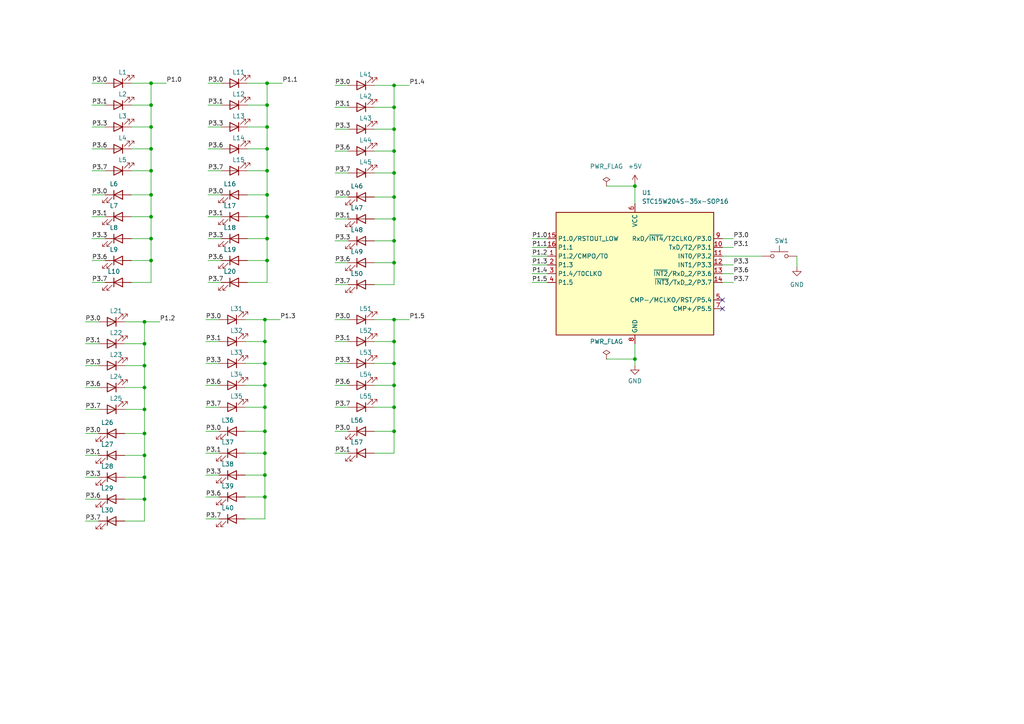
<source format=kicad_sch>
(kicad_sch (version 20211123) (generator eeschema)
  (paper "A4")
  (lib_symbols
    (symbol "Device:LED" (pin_numbers hide) (pin_names (offset 1.016) hide)
      (property "Reference" "D" (at 0 2.54 0))
      (property "Value" "LED" (at 0 -2.54 0))
      (symbol "LED_0_1"
        (polyline (pts (xy -1.27 -1.27) (xy -1.27 1.27)) (stroke (width 0.254)))
        (polyline (pts (xy -1.27 0) (xy 1.27 0)))
        (polyline (pts (xy 1.27 -1.27) (xy 1.27 1.27) (xy -1.27 0) (xy 1.27 -1.27)) (stroke (width 0.254)))
        (polyline (pts (xy -3.048 -0.762) (xy -4.572 -2.286) (xy -3.81 -2.286) (xy -4.572 -2.286) (xy -4.572 -1.524)))
        (polyline (pts (xy -1.778 -0.762) (xy -3.302 -2.286) (xy -2.54 -2.286) (xy -3.302 -2.286) (xy -3.302 -1.524)))
      )
      (symbol "LED_1_1"
        (pin passive line (at -3.81 0 0) (length 2.54) (name "K") (number "1"))
        (pin passive line (at 3.81 0 180) (length 2.54) (name "A") (number "2"))
      )
    )
    (symbol "MCU_STC:STC15W204S-35x-SOP16"
      (property "Reference" "U" (at -22.86 19.05 0))
      (property "Value" "STC15W204S-35x-SOP16" (at 1.27 19.05 0))
      (symbol "STC15W204S-35x-SOP16_0_1"
        (rectangle (start -22.86 17.78) (end 22.86 -17.78) (stroke (width 0.254)) (fill (type background)))
      )
      (symbol "STC15W204S-35x-SOP16_1_1"
        (pin bidirectional line (at -25.4 5.08 0) (length 2.54) (name "P1.2/CMPO/T0") (number "1"))
        (pin bidirectional line (at 25.4 7.62 180) (length 2.54) (name "TxD/T2/P3.1") (number "10"))
        (pin bidirectional line (at 25.4 5.08 180) (length 2.54) (name "INT0/P3.2") (number "11"))
        (pin bidirectional line (at 25.4 2.54 180) (length 2.54) (name "INT1/P3.3") (number "12"))
        (pin bidirectional line (at 25.4 0 180) (length 2.54) (name "~{INT2}/RxD_2/P3.6") (number "13"))
        (pin bidirectional line (at 25.4 -2.54 180) (length 2.54) (name "~{INT3}/TxD_2/P3.7") (number "14"))
        (pin bidirectional line (at -25.4 10.16 0) (length 2.54) (name "P1.0/RSTOUT_LOW") (number "15"))
        (pin bidirectional line (at -25.4 7.62 0) (length 2.54) (name "P1.1") (number "16"))
        (pin bidirectional line (at -25.4 2.54 0) (length 2.54) (name "P1.3") (number "2"))
        (pin bidirectional line (at -25.4 0 0) (length 2.54) (name "P1.4/T0CLKO") (number "3"))
        (pin bidirectional line (at -25.4 -2.54 0) (length 2.54) (name "P1.5") (number "4"))
        (pin bidirectional line (at 25.4 -7.62 180) (length 2.54) (name "CMP-/MCLKO/RST/P5.4") (number "5"))
        (pin power_in line (at 0 20.32 270) (length 2.54) (name "VCC") (number "6"))
        (pin bidirectional line (at 25.4 -10.16 180) (length 2.54) (name "CMP+/P5.5") (number "7"))
        (pin power_in line (at 0 -20.32 90) (length 2.54) (name "GND") (number "8"))
        (pin bidirectional line (at 25.4 10.16 180) (length 2.54) (name "RxD/~{INT4}/T2CLKO/P3.0") (number "9"))
      )
    )
    (symbol "Switch:SW_Push" (pin_numbers hide) (pin_names (offset 1.016) hide)
      (property "Reference" "SW" (at 1.27 2.54 0))
      (property "Value" "SW_Push" (at 0 -1.524 0))
      (symbol "SW_Push_0_1"
        (circle (center -2.032 0) (radius 0.508))
        (polyline (pts (xy 0 1.27) (xy 0 3.048)))
        (polyline (pts (xy 2.54 1.27) (xy -2.54 1.27)))
        (circle (center 2.032 0) (radius 0.508))
        (pin passive line (at -5.08 0 0) (length 2.54) (name "1") (number "1"))
        (pin passive line (at 5.08 0 180) (length 2.54) (name "2") (number "2"))
      )
    )
    (symbol "power:+5V" (power) (pin_names (offset 0))
      (property "Value" "+5V" (at 0 3.556 0))
      (symbol "+5V_0_1"
        (polyline (pts (xy -0.762 1.27) (xy 0 2.54)))
        (polyline (pts (xy 0 0) (xy 0 2.54)))
        (polyline (pts (xy 0 2.54) (xy 0.762 1.27)))
      )
      (symbol "+5V_1_1"
        (pin power_in line (at 0 0 90) (length 0) hide (name "+5V") (number "1"))
      )
    )
    (symbol "power:GND" (power) (pin_names (offset 0))
      (property "Value" "GND" (at 0 -3.81 0))
      (symbol "GND_0_1"
        (polyline (pts (xy 0 0) (xy 0 -1.27) (xy 1.27 -1.27) (xy 0 -2.54) (xy -1.27 -1.27) (xy 0 -1.27)))
      )
      (symbol "GND_1_1"
        (pin power_in line (at 0 0 270) (length 0) hide (name "GND") (number "1"))
      )
    )
    (symbol "power:PWR_FLAG" (power) (pin_numbers hide) (pin_names (offset 0) hide)
      (property "Value" "PWR_FLAG" (at 0 3.81 0))
      (symbol "PWR_FLAG_0_0"
        (pin power_out line (at 0 0 90) (length 0) (name "pwr") (number "1"))
      )
      (symbol "PWR_FLAG_0_1"
        (polyline (pts (xy 0 0) (xy 0 1.27) (xy -1.016 1.905) (xy 0 2.54) (xy 1.016 1.905) (xy 0 1.27)))
      )
    )
  )
  (junction (at 76.835 111.76))
  (junction (at 41.91 138.43))
  (junction (at 41.91 93.345))
  (junction (at 77.47 56.515))
  (junction (at 41.91 106.045))
  (junction (at 43.815 24.13))
  (junction (at 77.47 62.865))
  (junction (at 114.3 92.71))
  (junction (at 41.91 99.695))
  (junction (at 77.47 69.215))
  (junction (at 76.835 137.795))
  (junction (at 114.3 50.165))
  (junction (at 41.91 125.73))
  (junction (at 43.815 30.48))
  (junction (at 41.91 132.08))
  (junction (at 114.3 125.095))
  (junction (at 41.91 144.78))
  (junction (at 77.47 49.53))
  (junction (at 114.3 63.5))
  (junction (at 41.91 118.745))
  (junction (at 77.47 43.18))
  (junction (at 76.835 99.06))
  (junction (at 114.3 57.15))
  (junction (at 114.3 118.11))
  (junction (at 41.91 112.395))
  (junction (at 114.3 37.465))
  (junction (at 114.3 105.41))
  (junction (at 76.835 131.445))
  (junction (at 114.3 76.2))
  (junction (at 77.47 24.13))
  (junction (at 43.815 62.865))
  (junction (at 43.815 56.515))
  (junction (at 43.815 75.565))
  (junction (at 114.3 31.115))
  (junction (at 184.15 104.14))
  (junction (at 114.3 24.765))
  (junction (at 43.815 36.83))
  (junction (at 76.835 105.41))
  (junction (at 76.835 92.71))
  (junction (at 43.815 43.18))
  (junction (at 114.3 69.85))
  (junction (at 77.47 36.83))
  (junction (at 77.47 30.48))
  (junction (at 76.835 144.145))
  (junction (at 114.3 99.06))
  (junction (at 114.3 43.815))
  (junction (at 76.835 118.11))
  (junction (at 114.3 111.76))
  (junction (at 76.835 125.095))
  (junction (at 43.815 49.53))
  (junction (at 184.15 53.975))
  (junction (at 77.47 75.565))
  (junction (at 43.815 69.215))
  (no_connect (at 209.55 89.535))
  (no_connect (at 209.55 86.995))
  (wire (pts (xy 97.155 118.11) (xy 100.965 118.11)))
  (wire (pts (xy 108.585 125.095) (xy 114.3 125.095)))
  (wire (pts (xy 114.3 92.71) (xy 114.3 99.06)))
  (wire (pts (xy 77.47 49.53) (xy 77.47 56.515)))
  (wire (pts (xy 108.585 76.2) (xy 114.3 76.2)))
  (wire (pts (xy 59.69 131.445) (xy 63.5 131.445)))
  (wire (pts (xy 108.585 37.465) (xy 114.3 37.465)))
  (wire (pts (xy 24.765 144.78) (xy 28.575 144.78)))
  (wire (pts (xy 114.3 24.765) (xy 118.745 24.765)))
  (wire (pts (xy 43.815 30.48) (xy 43.815 36.83)))
  (wire (pts (xy 59.69 92.71) (xy 63.5 92.71)))
  (wire (pts (xy 77.47 43.18) (xy 77.47 49.53)))
  (wire (pts (xy 60.325 56.515) (xy 64.135 56.515)))
  (wire (pts (xy 108.585 131.445) (xy 114.3 131.445)))
  (wire (pts (xy 26.67 81.915) (xy 30.48 81.915)))
  (wire (pts (xy 43.815 49.53) (xy 43.815 56.515)))
  (wire (pts (xy 38.1 56.515) (xy 43.815 56.515)))
  (wire (pts (xy 209.55 71.755) (xy 212.725 71.755)))
  (wire (pts (xy 97.155 131.445) (xy 100.965 131.445)))
  (wire (pts (xy 26.67 56.515) (xy 30.48 56.515)))
  (wire (pts (xy 60.325 75.565) (xy 64.135 75.565)))
  (wire (pts (xy 114.3 125.095) (xy 114.3 131.445)))
  (wire (pts (xy 60.325 36.83) (xy 64.135 36.83)))
  (wire (pts (xy 154.305 79.375) (xy 158.75 79.375)))
  (wire (pts (xy 97.155 82.55) (xy 100.965 82.55)))
  (wire (pts (xy 108.585 43.815) (xy 114.3 43.815)))
  (wire (pts (xy 43.815 36.83) (xy 43.815 43.18)))
  (wire (pts (xy 43.815 69.215) (xy 43.815 75.565)))
  (wire (pts (xy 43.815 30.48) (xy 38.1 30.48)))
  (wire (pts (xy 24.765 125.73) (xy 28.575 125.73)))
  (wire (pts (xy 26.67 43.18) (xy 30.48 43.18)))
  (wire (pts (xy 36.195 118.745) (xy 41.91 118.745)))
  (wire (pts (xy 108.585 69.85) (xy 114.3 69.85)))
  (wire (pts (xy 71.755 56.515) (xy 77.47 56.515)))
  (wire (pts (xy 184.15 104.14) (xy 184.15 106.045)))
  (wire (pts (xy 71.755 49.53) (xy 77.47 49.53)))
  (wire (pts (xy 41.91 112.395) (xy 41.91 118.745)))
  (wire (pts (xy 184.15 53.975) (xy 184.15 59.055)))
  (wire (pts (xy 154.305 74.295) (xy 158.75 74.295)))
  (wire (pts (xy 108.585 118.11) (xy 114.3 118.11)))
  (wire (pts (xy 154.305 69.215) (xy 158.75 69.215)))
  (wire (pts (xy 59.69 150.495) (xy 63.5 150.495)))
  (wire (pts (xy 24.765 118.745) (xy 28.575 118.745)))
  (wire (pts (xy 71.12 92.71) (xy 76.835 92.71)))
  (wire (pts (xy 77.47 56.515) (xy 77.47 62.865)))
  (wire (pts (xy 60.325 62.865) (xy 64.135 62.865)))
  (wire (pts (xy 26.67 69.215) (xy 30.48 69.215)))
  (wire (pts (xy 59.69 105.41) (xy 63.5 105.41)))
  (wire (pts (xy 77.47 24.13) (xy 77.47 30.48)))
  (wire (pts (xy 97.155 43.815) (xy 100.965 43.815)))
  (wire (pts (xy 97.155 63.5) (xy 100.965 63.5)))
  (wire (pts (xy 36.195 93.345) (xy 41.91 93.345)))
  (wire (pts (xy 59.69 118.11) (xy 63.5 118.11)))
  (wire (pts (xy 114.3 63.5) (xy 114.3 69.85)))
  (wire (pts (xy 43.815 56.515) (xy 43.815 62.865)))
  (wire (pts (xy 76.835 118.11) (xy 76.835 125.095)))
  (wire (pts (xy 26.67 30.48) (xy 30.48 30.48)))
  (wire (pts (xy 76.835 92.71) (xy 81.28 92.71)))
  (wire (pts (xy 71.755 75.565) (xy 77.47 75.565)))
  (wire (pts (xy 114.3 69.85) (xy 114.3 76.2)))
  (wire (pts (xy 154.305 71.755) (xy 158.75 71.755)))
  (wire (pts (xy 71.12 131.445) (xy 76.835 131.445)))
  (wire (pts (xy 71.12 125.095) (xy 76.835 125.095)))
  (wire (pts (xy 71.12 118.11) (xy 76.835 118.11)))
  (wire (pts (xy 71.12 150.495) (xy 76.835 150.495)))
  (wire (pts (xy 108.585 57.15) (xy 114.3 57.15)))
  (wire (pts (xy 43.815 24.13) (xy 43.815 30.48)))
  (wire (pts (xy 41.91 118.745) (xy 41.91 125.73)))
  (wire (pts (xy 71.12 111.76) (xy 76.835 111.76)))
  (wire (pts (xy 36.195 106.045) (xy 41.91 106.045)))
  (wire (pts (xy 114.3 43.815) (xy 114.3 50.165)))
  (wire (pts (xy 97.155 69.85) (xy 100.965 69.85)))
  (wire (pts (xy 114.3 31.115) (xy 108.585 31.115)))
  (wire (pts (xy 108.585 105.41) (xy 114.3 105.41)))
  (wire (pts (xy 76.835 137.795) (xy 76.835 144.145)))
  (wire (pts (xy 36.195 125.73) (xy 41.91 125.73)))
  (wire (pts (xy 26.67 75.565) (xy 30.48 75.565)))
  (wire (pts (xy 77.47 30.48) (xy 71.755 30.48)))
  (wire (pts (xy 71.755 36.83) (xy 77.47 36.83)))
  (wire (pts (xy 114.3 118.11) (xy 114.3 125.095)))
  (wire (pts (xy 97.155 57.15) (xy 100.965 57.15)))
  (wire (pts (xy 114.3 111.76) (xy 114.3 118.11)))
  (wire (pts (xy 114.3 24.765) (xy 114.3 31.115)))
  (wire (pts (xy 60.325 49.53) (xy 64.135 49.53)))
  (wire (pts (xy 38.1 69.215) (xy 43.815 69.215)))
  (wire (pts (xy 36.195 138.43) (xy 41.91 138.43)))
  (wire (pts (xy 24.765 93.345) (xy 28.575 93.345)))
  (wire (pts (xy 41.91 106.045) (xy 41.91 112.395)))
  (wire (pts (xy 41.91 132.08) (xy 41.91 138.43)))
  (wire (pts (xy 77.47 62.865) (xy 77.47 69.215)))
  (wire (pts (xy 43.815 75.565) (xy 43.815 81.915)))
  (wire (pts (xy 41.91 93.345) (xy 41.91 99.695)))
  (wire (pts (xy 76.835 125.095) (xy 76.835 131.445)))
  (wire (pts (xy 209.55 74.295) (xy 220.98 74.295)))
  (wire (pts (xy 36.195 151.13) (xy 41.91 151.13)))
  (wire (pts (xy 38.1 81.915) (xy 43.815 81.915)))
  (wire (pts (xy 175.895 104.14) (xy 184.15 104.14)))
  (wire (pts (xy 38.1 49.53) (xy 43.815 49.53)))
  (wire (pts (xy 114.3 105.41) (xy 114.3 111.76)))
  (wire (pts (xy 71.755 69.215) (xy 77.47 69.215)))
  (wire (pts (xy 36.195 112.395) (xy 41.91 112.395)))
  (wire (pts (xy 114.3 92.71) (xy 118.745 92.71)))
  (wire (pts (xy 41.91 138.43) (xy 41.91 144.78)))
  (wire (pts (xy 97.155 24.765) (xy 100.965 24.765)))
  (wire (pts (xy 71.755 62.865) (xy 77.47 62.865)))
  (wire (pts (xy 59.69 144.145) (xy 63.5 144.145)))
  (wire (pts (xy 154.305 81.915) (xy 158.75 81.915)))
  (wire (pts (xy 77.47 24.13) (xy 81.915 24.13)))
  (wire (pts (xy 114.3 31.115) (xy 114.3 37.465)))
  (wire (pts (xy 41.91 99.695) (xy 41.91 106.045)))
  (wire (pts (xy 97.155 111.76) (xy 100.965 111.76)))
  (wire (pts (xy 71.12 144.145) (xy 76.835 144.145)))
  (wire (pts (xy 60.325 81.915) (xy 64.135 81.915)))
  (wire (pts (xy 108.585 92.71) (xy 114.3 92.71)))
  (wire (pts (xy 71.755 81.915) (xy 77.47 81.915)))
  (wire (pts (xy 41.91 99.695) (xy 36.195 99.695)))
  (wire (pts (xy 209.55 81.915) (xy 212.725 81.915)))
  (wire (pts (xy 26.67 24.13) (xy 30.48 24.13)))
  (wire (pts (xy 59.69 137.795) (xy 63.5 137.795)))
  (wire (pts (xy 26.67 49.53) (xy 30.48 49.53)))
  (wire (pts (xy 108.585 24.765) (xy 114.3 24.765)))
  (wire (pts (xy 24.765 106.045) (xy 28.575 106.045)))
  (wire (pts (xy 41.91 93.345) (xy 46.355 93.345)))
  (wire (pts (xy 77.47 69.215) (xy 77.47 75.565)))
  (wire (pts (xy 24.765 151.13) (xy 28.575 151.13)))
  (wire (pts (xy 60.325 30.48) (xy 64.135 30.48)))
  (wire (pts (xy 38.1 36.83) (xy 43.815 36.83)))
  (wire (pts (xy 71.755 43.18) (xy 77.47 43.18)))
  (wire (pts (xy 71.755 24.13) (xy 77.47 24.13)))
  (wire (pts (xy 38.1 24.13) (xy 43.815 24.13)))
  (wire (pts (xy 209.55 79.375) (xy 212.725 79.375)))
  (wire (pts (xy 41.91 125.73) (xy 41.91 132.08)))
  (wire (pts (xy 38.1 75.565) (xy 43.815 75.565)))
  (wire (pts (xy 76.835 92.71) (xy 76.835 99.06)))
  (wire (pts (xy 36.195 144.78) (xy 41.91 144.78)))
  (wire (pts (xy 60.325 24.13) (xy 64.135 24.13)))
  (wire (pts (xy 76.835 99.06) (xy 76.835 105.41)))
  (wire (pts (xy 175.895 53.975) (xy 184.15 53.975)))
  (wire (pts (xy 24.765 112.395) (xy 28.575 112.395)))
  (wire (pts (xy 108.585 63.5) (xy 114.3 63.5)))
  (wire (pts (xy 41.91 144.78) (xy 41.91 151.13)))
  (wire (pts (xy 114.3 57.15) (xy 114.3 63.5)))
  (wire (pts (xy 209.55 76.835) (xy 212.725 76.835)))
  (wire (pts (xy 24.765 132.08) (xy 28.575 132.08)))
  (wire (pts (xy 24.765 99.695) (xy 28.575 99.695)))
  (wire (pts (xy 108.585 50.165) (xy 114.3 50.165)))
  (wire (pts (xy 24.765 138.43) (xy 28.575 138.43)))
  (wire (pts (xy 26.67 62.865) (xy 30.48 62.865)))
  (wire (pts (xy 43.815 62.865) (xy 43.815 69.215)))
  (wire (pts (xy 97.155 76.2) (xy 100.965 76.2)))
  (wire (pts (xy 60.325 69.215) (xy 64.135 69.215)))
  (wire (pts (xy 114.3 76.2) (xy 114.3 82.55)))
  (wire (pts (xy 97.155 105.41) (xy 100.965 105.41)))
  (wire (pts (xy 209.55 69.215) (xy 212.725 69.215)))
  (wire (pts (xy 97.155 125.095) (xy 100.965 125.095)))
  (wire (pts (xy 36.195 132.08) (xy 41.91 132.08)))
  (wire (pts (xy 97.155 50.165) (xy 100.965 50.165)))
  (wire (pts (xy 114.3 99.06) (xy 108.585 99.06)))
  (wire (pts (xy 76.835 144.145) (xy 76.835 150.495)))
  (wire (pts (xy 59.69 125.095) (xy 63.5 125.095)))
  (wire (pts (xy 114.3 50.165) (xy 114.3 57.15)))
  (wire (pts (xy 76.835 105.41) (xy 76.835 111.76)))
  (wire (pts (xy 38.1 43.18) (xy 43.815 43.18)))
  (wire (pts (xy 43.815 24.13) (xy 48.26 24.13)))
  (wire (pts (xy 77.47 30.48) (xy 77.47 36.83)))
  (wire (pts (xy 76.835 99.06) (xy 71.12 99.06)))
  (wire (pts (xy 71.12 137.795) (xy 76.835 137.795)))
  (wire (pts (xy 184.15 53.34) (xy 184.15 53.975)))
  (wire (pts (xy 184.15 99.695) (xy 184.15 104.14)))
  (wire (pts (xy 114.3 37.465) (xy 114.3 43.815)))
  (wire (pts (xy 77.47 36.83) (xy 77.47 43.18)))
  (wire (pts (xy 97.155 99.06) (xy 100.965 99.06)))
  (wire (pts (xy 108.585 82.55) (xy 114.3 82.55)))
  (wire (pts (xy 60.325 43.18) (xy 64.135 43.18)))
  (wire (pts (xy 76.835 111.76) (xy 76.835 118.11)))
  (wire (pts (xy 97.155 31.115) (xy 100.965 31.115)))
  (wire (pts (xy 76.835 131.445) (xy 76.835 137.795)))
  (wire (pts (xy 26.67 36.83) (xy 30.48 36.83)))
  (wire (pts (xy 97.155 37.465) (xy 100.965 37.465)))
  (wire (pts (xy 59.69 111.76) (xy 63.5 111.76)))
  (wire (pts (xy 231.14 74.295) (xy 231.14 77.47)))
  (wire (pts (xy 43.815 43.18) (xy 43.815 49.53)))
  (wire (pts (xy 154.305 76.835) (xy 158.75 76.835)))
  (wire (pts (xy 97.155 92.71) (xy 100.965 92.71)))
  (wire (pts (xy 114.3 99.06) (xy 114.3 105.41)))
  (wire (pts (xy 59.69 99.06) (xy 63.5 99.06)))
  (wire (pts (xy 38.1 62.865) (xy 43.815 62.865)))
  (wire (pts (xy 108.585 111.76) (xy 114.3 111.76)))
  (wire (pts (xy 71.12 105.41) (xy 76.835 105.41)))
  (wire (pts (xy 77.47 75.565) (xy 77.47 81.915)))
  (label "P3.3" (at 26.67 69.215 0))
  (label "P1.3" (at 81.28 92.71 0))
  (label "P3.1" (at 60.325 30.48 0))
  (label "P3.6" (at 26.67 43.18 0))
  (label "P1.3" (at 154.305 76.835 0))
  (label "P3.7" (at 60.325 81.915 0))
  (label "P3.6" (at 26.67 75.565 0))
  (label "P3.1" (at 97.155 131.445 0))
  (label "P3.1" (at 60.325 62.865 0))
  (label "P3.6" (at 59.69 144.145 0))
  (label "P3.7" (at 97.155 118.11 0))
  (label "P3.3" (at 212.725 76.835 0))
  (label "P3.6" (at 212.725 79.375 0))
  (label "P3.7" (at 24.765 151.13 0))
  (label "P3.7" (at 26.67 81.915 0))
  (label "P3.0" (at 97.155 92.71 0))
  (label "P3.3" (at 97.155 105.41 0))
  (label "P3.1" (at 26.67 30.48 0))
  (label "P3.7" (at 97.155 50.165 0))
  (label "P1.1" (at 154.305 71.755 0))
  (label "P3.0" (at 97.155 24.765 0))
  (label "P3.7" (at 212.725 81.915 0))
  (label "P3.3" (at 60.325 36.83 0))
  (label "P3.3" (at 24.765 138.43 0))
  (label "P1.4" (at 118.745 24.765 0))
  (label "P3.7" (at 97.155 82.55 0))
  (label "P3.6" (at 60.325 43.18 0))
  (label "P3.7" (at 59.69 150.495 0))
  (label "P1.0" (at 154.305 69.215 0))
  (label "P3.0" (at 26.67 56.515 0))
  (label "P1.5" (at 118.745 92.71 0))
  (label "P3.7" (at 60.325 49.53 0))
  (label "P3.0" (at 212.725 69.215 0))
  (label "P1.5" (at 154.305 81.915 0))
  (label "P3.6" (at 59.69 111.76 0))
  (label "P3.1" (at 24.765 99.695 0))
  (label "P3.1" (at 97.155 99.06 0))
  (label "P3.3" (at 59.69 105.41 0))
  (label "P3.1" (at 97.155 31.115 0))
  (label "P3.3" (at 97.155 37.465 0))
  (label "P3.0" (at 60.325 24.13 0))
  (label "P3.3" (at 59.69 137.795 0))
  (label "P3.6" (at 97.155 111.76 0))
  (label "P1.2" (at 46.355 93.345 0))
  (label "P3.1" (at 97.155 63.5 0))
  (label "P1.0" (at 48.26 24.13 0))
  (label "P1.1" (at 81.915 24.13 0))
  (label "P3.0" (at 24.765 125.73 0))
  (label "P3.6" (at 60.325 75.565 0))
  (label "P3.1" (at 59.69 131.445 0))
  (label "P3.1" (at 212.725 71.755 0))
  (label "P1.4" (at 154.305 79.375 0))
  (label "P3.3" (at 24.765 106.045 0))
  (label "P3.0" (at 60.325 56.515 0))
  (label "P3.3" (at 60.325 69.215 0))
  (label "P3.6" (at 24.765 112.395 0))
  (label "P1.2" (at 154.305 74.295 0))
  (label "P3.3" (at 26.67 36.83 0))
  (label "P3.6" (at 24.765 144.78 0))
  (label "P3.1" (at 24.765 132.08 0))
  (label "P3.0" (at 24.765 93.345 0))
  (label "P3.3" (at 97.155 69.85 0))
  (label "P3.7" (at 26.67 49.53 0))
  (label "P3.0" (at 59.69 92.71 0))
  (label "P3.0" (at 59.69 125.095 0))
  (label "P3.0" (at 26.67 24.13 0))
  (label "P3.1" (at 26.67 62.865 0))
  (label "P3.6" (at 97.155 76.2 0))
  (label "P3.6" (at 97.155 43.815 0))
  (label "P3.0" (at 97.155 57.15 0))
  (label "P3.1" (at 59.69 99.06 0))
  (label "P3.7" (at 24.765 118.745 0))
  (label "P3.7" (at 59.69 118.11 0))
  (label "P3.0" (at 97.155 125.095 0))
  (symbol (lib_id "Device:LED") (at 34.29 30.48 180) (unit 1)
    (property "Reference" "L2" (at 35.56 27.305 0))
    (property "Value" "LED" (effects hide))
  )
  (symbol (lib_id "Device:LED") (at 34.29 56.515 0) (unit 1)
    (property "Reference" "L6" (at 33.02 53.34 0))
    (property "Value" "LED" (effects hide))
  )
  (symbol (lib_id "Device:LED") (at 104.775 105.41 180) (unit 1)
    (property "Reference" "L53" (at 106.045 102.235 0))
    (property "Value" "LED" (effects hide))
  )
  (symbol (lib_id "Switch:SW_Push") (at 226.06 74.295 0) (unit 1)
    (property "Reference" "SW1" (at 226.695 69.85 0))
    (property "Value" "SW_Push" (effects hide))
  )
  (symbol (lib_id "Device:LED") (at 104.775 131.445 0) (unit 1)
    (property "Reference" "L57" (at 103.505 128.27 0))
    (property "Value" "LED" (effects hide))
  )
  (symbol (lib_id "Device:LED") (at 104.775 82.55 0) (unit 1)
    (property "Reference" "L50" (at 103.505 79.375 0))
    (property "Value" "LED" (effects hide))
  )
  (symbol (lib_id "Device:LED") (at 104.775 43.815 180) (unit 1)
    (property "Reference" "L44" (at 106.045 40.64 0))
    (property "Value" "LED" (effects hide))
  )
  (symbol (lib_id "Device:LED") (at 32.385 132.08 0) (unit 1)
    (property "Reference" "L27" (at 31.115 128.905 0))
    (property "Value" "LED" (effects hide))
  )
  (symbol (lib_id "power:PWR_FLAG") (at 175.895 104.14 0) (unit 1)
    (property "Reference" "#FLG0102" (effects hide))
    (property "Value" "PWR_FLAG" (at 175.895 99.06 0))
  )
  (symbol (lib_id "Device:LED") (at 104.775 76.2 0) (unit 1)
    (property "Reference" "L49" (at 103.505 73.025 0))
    (property "Value" "LED" (effects hide))
  )
  (symbol (lib_id "Device:LED") (at 67.31 118.11 180) (unit 1)
    (property "Reference" "L35" (at 68.58 114.935 0))
    (property "Value" "LED" (effects hide))
  )
  (symbol (lib_id "Device:LED") (at 104.775 57.15 0) (unit 1)
    (property "Reference" "L46" (at 103.505 53.975 0))
    (property "Value" "LED" (effects hide))
  )
  (symbol (lib_id "Device:LED") (at 32.385 151.13 0) (unit 1)
    (property "Reference" "L30" (at 31.115 147.955 0))
    (property "Value" "LED" (effects hide))
  )
  (symbol (lib_id "Device:LED") (at 34.29 69.215 0) (unit 1)
    (property "Reference" "L8" (at 33.02 66.04 0))
    (property "Value" "LED" (effects hide))
  )
  (symbol (lib_id "Device:LED") (at 67.945 75.565 0) (unit 1)
    (property "Reference" "L19" (at 66.675 72.39 0))
    (property "Value" "LED" (effects hide))
  )
  (symbol (lib_id "Device:LED") (at 67.31 144.145 0) (unit 1)
    (property "Reference" "L39" (at 66.04 140.97 0))
    (property "Value" "LED" (effects hide))
  )
  (symbol (lib_id "Device:LED") (at 104.775 69.85 0) (unit 1)
    (property "Reference" "L48" (at 103.505 66.675 0))
    (property "Value" "LED" (effects hide))
  )
  (symbol (lib_id "Device:LED") (at 34.29 49.53 180) (unit 1)
    (property "Reference" "L5" (at 35.56 46.355 0))
    (property "Value" "LED" (effects hide))
  )
  (symbol (lib_id "Device:LED") (at 67.945 30.48 180) (unit 1)
    (property "Reference" "L12" (at 69.215 27.305 0))
    (property "Value" "LED" (effects hide))
  )
  (symbol (lib_id "Device:LED") (at 67.945 62.865 0) (unit 1)
    (property "Reference" "L17" (at 66.675 59.69 0))
    (property "Value" "LED" (effects hide))
  )
  (symbol (lib_id "Device:LED") (at 104.775 99.06 180) (unit 1)
    (property "Reference" "L52" (at 106.045 95.885 0))
    (property "Value" "LED" (effects hide))
  )
  (symbol (lib_id "Device:LED") (at 104.775 118.11 180) (unit 1)
    (property "Reference" "L55" (at 106.045 114.935 0))
    (property "Value" "LED" (effects hide))
  )
  (symbol (lib_id "Device:LED") (at 67.31 137.795 0) (unit 1)
    (property "Reference" "L38" (at 66.04 134.62 0))
    (property "Value" "LED" (effects hide))
  )
  (symbol (lib_id "Device:LED") (at 34.29 62.865 0) (unit 1)
    (property "Reference" "L7" (at 33.02 59.69 0))
    (property "Value" "LED" (effects hide))
  )
  (symbol (lib_id "Device:LED") (at 32.385 99.695 180) (unit 1)
    (property "Reference" "L22" (at 33.655 96.52 0))
    (property "Value" "LED" (effects hide))
  )
  (symbol (lib_id "Device:LED") (at 32.385 106.045 180) (unit 1)
    (property "Reference" "L23" (at 33.655 102.87 0))
    (property "Value" "LED" (effects hide))
  )
  (symbol (lib_id "MCU_STC:STC15W204S-35x-SOP16") (at 184.15 79.375 0) (unit 1)
    (property "Reference" "U1" (at 186.1694 55.88 0) (effects (justify left)))
    (property "Value" "STC15W204S-35x-SOP16" (at 186.1694 58.42 0) (effects (justify left)))
    (property "Footprint" "Package_SO:STC_SOP-16_3.9x9.9mm_P1.27mm" (effects hide))
    (property "Datasheet" "www.stcmicro.com/datasheet/STC15F2K60S2-en.pdf" (effects hide))
  )
  (symbol (lib_id "Device:LED") (at 34.29 81.915 0) (unit 1)
    (property "Reference" "L10" (at 33.02 78.74 0))
    (property "Value" "LED" (effects hide))
  )
  (symbol (lib_id "power:GND") (at 184.15 106.045 0) (unit 1)
    (property "Reference" "#PWR02" (effects hide))
    (property "Value" "GND" (at 184.15 110.49 0))
  )
  (symbol (lib_id "Device:LED") (at 34.29 24.13 180) (unit 1)
    (property "Reference" "L1" (at 35.56 20.955 0))
    (property "Value" "LED" (effects hide))
  )
  (symbol (lib_id "Device:LED") (at 34.29 36.83 180) (unit 1)
    (property "Reference" "L3" (at 35.56 33.655 0))
    (property "Value" "LED" (effects hide))
  )
  (symbol (lib_id "Device:LED") (at 67.31 99.06 180) (unit 1)
    (property "Reference" "L32" (at 68.58 95.885 0))
    (property "Value" "LED" (effects hide))
  )
  (symbol (lib_id "Device:LED") (at 104.775 24.765 180) (unit 1)
    (property "Reference" "L41" (at 106.045 21.59 0))
    (property "Value" "LED" (effects hide))
  )
  (symbol (lib_id "Device:LED") (at 32.385 138.43 0) (unit 1)
    (property "Reference" "L28" (at 31.115 135.255 0))
    (property "Value" "LED" (effects hide))
  )
  (symbol (lib_id "Device:LED") (at 104.775 92.71 180) (unit 1)
    (property "Reference" "L51" (at 106.045 89.535 0))
    (property "Value" "LED" (effects hide))
  )
  (symbol (lib_id "Device:LED") (at 32.385 125.73 0) (unit 1)
    (property "Reference" "L26" (at 31.115 122.555 0))
    (property "Value" "LED" (effects hide))
  )
  (symbol (lib_id "Device:LED") (at 104.775 31.115 180) (unit 1)
    (property "Reference" "L42" (at 106.045 27.94 0))
    (property "Value" "LED" (effects hide))
  )
  (symbol (lib_id "Device:LED") (at 67.945 36.83 180) (unit 1)
    (property "Reference" "L13" (at 69.215 33.655 0))
    (property "Value" "LED" (effects hide))
  )
  (symbol (lib_id "Device:LED") (at 67.31 150.495 0) (unit 1)
    (property "Reference" "L40" (at 66.04 147.32 0))
    (property "Value" "LED" (effects hide))
  )
  (symbol (lib_id "power:+5V") (at 184.15 53.34 0) (unit 1)
    (property "Reference" "#PWR01" (effects hide))
    (property "Value" "+5V" (at 184.15 48.26 0))
  )
  (symbol (lib_id "Device:LED") (at 104.775 125.095 0) (unit 1)
    (property "Reference" "L56" (at 103.505 121.92 0))
    (property "Value" "LED" (effects hide))
  )
  (symbol (lib_id "Device:LED") (at 67.945 49.53 180) (unit 1)
    (property "Reference" "L15" (at 69.215 46.355 0))
    (property "Value" "LED" (effects hide))
  )
  (symbol (lib_id "Device:LED") (at 67.31 105.41 180) (unit 1)
    (property "Reference" "L33" (at 68.58 102.235 0))
    (property "Value" "LED" (effects hide))
  )
  (symbol (lib_id "Device:LED") (at 67.945 24.13 180) (unit 1)
    (property "Reference" "L11" (at 69.215 20.955 0))
    (property "Value" "LED" (effects hide))
  )
  (symbol (lib_id "Device:LED") (at 32.385 93.345 180) (unit 1)
    (property "Reference" "L21" (at 33.655 90.17 0))
    (property "Value" "LED" (effects hide))
  )
  (symbol (lib_id "Device:LED") (at 67.31 111.76 180) (unit 1)
    (property "Reference" "L34" (at 68.58 108.585 0))
    (property "Value" "LED" (effects hide))
  )
  (symbol (lib_id "Device:LED") (at 67.31 131.445 0) (unit 1)
    (property "Reference" "L37" (at 66.04 128.27 0))
    (property "Value" "LED" (effects hide))
  )
  (symbol (lib_id "Device:LED") (at 34.29 75.565 0) (unit 1)
    (property "Reference" "L9" (at 33.02 72.39 0))
    (property "Value" "LED" (effects hide))
  )
  (symbol (lib_id "Device:LED") (at 32.385 112.395 180) (unit 1)
    (property "Reference" "L24" (at 33.655 109.22 0))
    (property "Value" "LED" (effects hide))
  )
  (symbol (lib_id "Device:LED") (at 34.29 43.18 180) (unit 1)
    (property "Reference" "L4" (at 35.56 40.005 0))
    (property "Value" "LED" (effects hide))
  )
  (symbol (lib_id "Device:LED") (at 67.945 81.915 0) (unit 1)
    (property "Reference" "L20" (at 66.675 78.74 0))
    (property "Value" "LED" (effects hide))
  )
  (symbol (lib_id "Device:LED") (at 32.385 118.745 180) (unit 1)
    (property "Reference" "L25" (at 33.655 115.57 0))
    (property "Value" "LED" (effects hide))
  )
  (symbol (lib_id "Device:LED") (at 104.775 37.465 180) (unit 1)
    (property "Reference" "L43" (at 106.045 34.29 0))
    (property "Value" "LED" (effects hide))
  )
  (symbol (lib_id "Device:LED") (at 67.945 56.515 0) (unit 1)
    (property "Reference" "L16" (at 66.675 53.34 0))
    (property "Value" "LED" (effects hide))
  )
  (symbol (lib_id "Device:LED") (at 67.31 125.095 0) (unit 1)
    (property "Reference" "L36" (at 66.04 121.92 0))
    (property "Value" "LED" (effects hide))
  )
  (symbol (lib_id "Device:LED") (at 104.775 50.165 180) (unit 1)
    (property "Reference" "L45" (at 106.045 46.99 0))
    (property "Value" "LED" (effects hide))
  )
  (symbol (lib_id "Device:LED") (at 104.775 111.76 180) (unit 1)
    (property "Reference" "L54" (at 106.045 108.585 0))
    (property "Value" "LED" (effects hide))
  )
  (symbol (lib_id "Device:LED") (at 104.775 63.5 0) (unit 1)
    (property "Reference" "L47" (at 103.505 60.325 0))
    (property "Value" "LED" (effects hide))
  )
  (symbol (lib_id "power:GND") (at 231.14 77.47 0) (unit 1)
    (property "Reference" "#PWR0101" (effects hide))
    (property "Value" "GND" (at 231.14 82.55 0))
  )
  (symbol (lib_id "Device:LED") (at 32.385 144.78 0) (unit 1)
    (property "Reference" "L29" (at 31.115 141.605 0))
    (property "Value" "LED" (effects hide))
  )
  (symbol (lib_id "power:PWR_FLAG") (at 175.895 53.975 0) (unit 1)
    (property "Reference" "#FLG0101" (effects hide))
    (property "Value" "PWR_FLAG" (at 175.895 48.26 0))
  )
  (symbol (lib_id "Device:LED") (at 67.945 69.215 0) (unit 1)
    (property "Reference" "L18" (at 66.675 66.04 0))
    (property "Value" "LED" (effects hide))
  )
  (symbol (lib_id "Device:LED") (at 67.31 92.71 180) (unit 1)
    (property "Reference" "L31" (at 68.58 89.535 0))
    (property "Value" "LED" (effects hide))
  )
  (symbol (lib_id "Device:LED") (at 67.945 43.18 180) (unit 1)
    (property "Reference" "L14" (at 69.215 40.005 0))
    (property "Value" "LED" (effects hide))
  )
)
</source>
